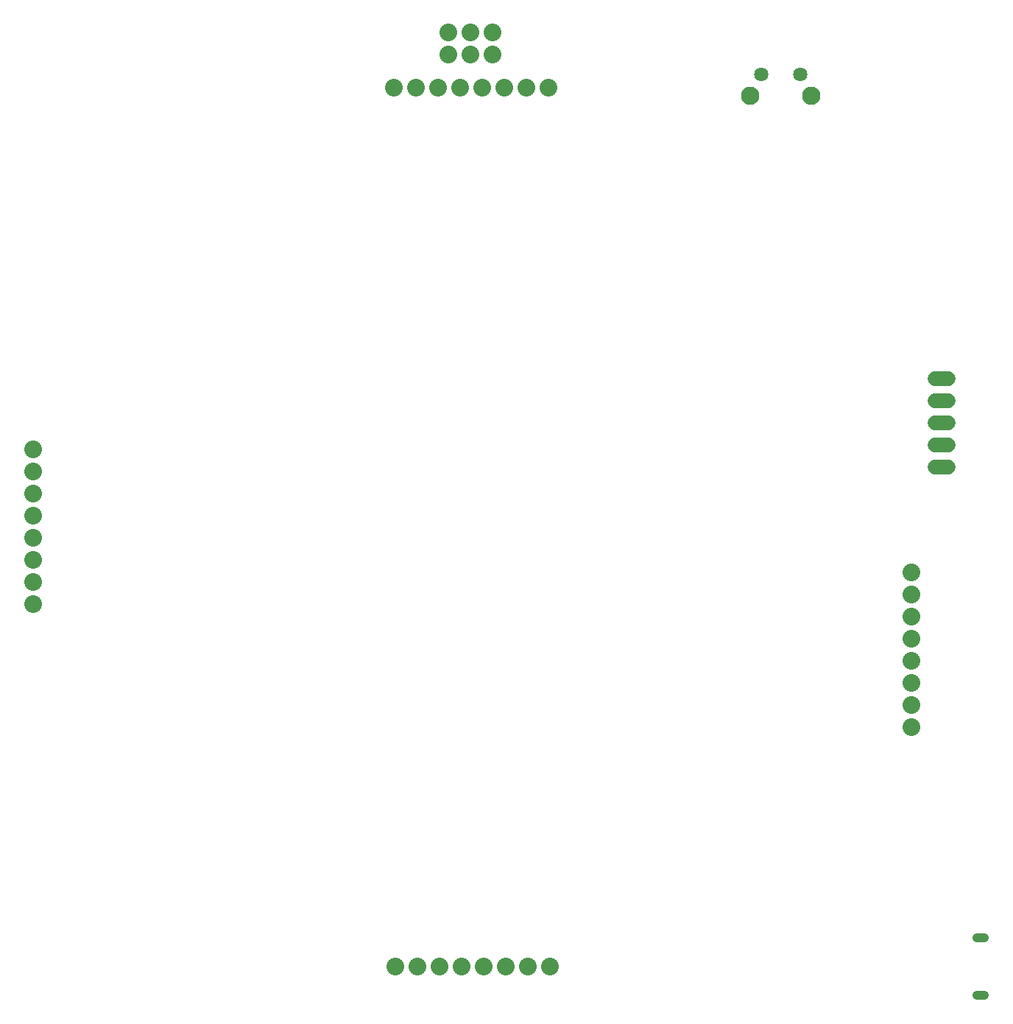
<source format=gbr>
G04 EAGLE Gerber RS-274X export*
G75*
%MOMM*%
%FSLAX34Y34*%
%LPD*%
%INSoldermask Bottom*%
%IPPOS*%
%AMOC8*
5,1,8,0,0,1.08239X$1,22.5*%
G01*
%ADD10C,1.637400*%
%ADD11C,2.102400*%
%ADD12C,0.652400*%
%ADD13C,1.052400*%
%ADD14C,1.676400*%
%ADD15C,2.032000*%


D10*
X977500Y1120000D03*
X932500Y1120000D03*
D11*
X990050Y1095100D03*
X919950Y1095100D03*
D12*
X1185000Y62000D03*
X1185000Y128000D03*
D13*
X1189500Y62000D02*
X1180500Y62000D01*
X1180500Y128000D02*
X1189500Y128000D01*
D14*
X1147620Y770800D02*
X1132380Y770800D01*
X1132380Y745400D02*
X1147620Y745400D01*
X1147620Y720000D02*
X1132380Y720000D01*
X1132380Y694600D02*
X1147620Y694600D01*
X1147620Y669200D02*
X1132380Y669200D01*
D15*
X572500Y1142500D03*
X572500Y1167900D03*
X597900Y1142500D03*
X597900Y1167900D03*
X623300Y1142500D03*
X623300Y1167900D03*
X1105000Y369500D03*
X1105000Y394900D03*
X1105000Y420300D03*
X1105000Y445700D03*
X1105000Y471100D03*
X1105000Y496500D03*
X1105000Y521900D03*
X1105000Y547300D03*
X512000Y95000D03*
X537400Y95000D03*
X562800Y95000D03*
X588200Y95000D03*
X613600Y95000D03*
X639000Y95000D03*
X664400Y95000D03*
X689800Y95000D03*
X95000Y511000D03*
X95000Y536400D03*
X95000Y561800D03*
X95000Y587200D03*
X95000Y612600D03*
X95000Y638000D03*
X95000Y663400D03*
X95000Y688800D03*
X510000Y1105000D03*
X535400Y1105000D03*
X560800Y1105000D03*
X586200Y1105000D03*
X611600Y1105000D03*
X637000Y1105000D03*
X662400Y1105000D03*
X687800Y1105000D03*
M02*

</source>
